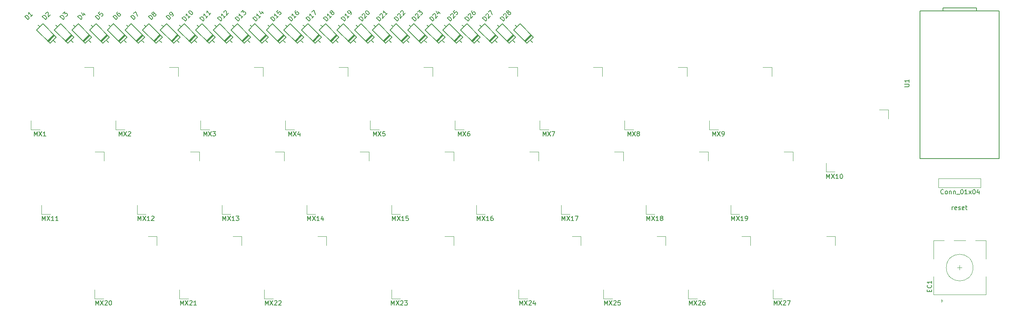
<source format=gbr>
%TF.GenerationSoftware,KiCad,Pcbnew,(6.0.5)*%
%TF.CreationDate,2022-06-01T12:58:50-07:00*%
%TF.ProjectId,hannah_montana,68616e6e-6168-45f6-9d6f-6e74616e612e,rev?*%
%TF.SameCoordinates,Original*%
%TF.FileFunction,Legend,Top*%
%TF.FilePolarity,Positive*%
%FSLAX46Y46*%
G04 Gerber Fmt 4.6, Leading zero omitted, Abs format (unit mm)*
G04 Created by KiCad (PCBNEW (6.0.5)) date 2022-06-01 12:58:50*
%MOMM*%
%LPD*%
G01*
G04 APERTURE LIST*
%ADD10C,0.150000*%
%ADD11C,0.120000*%
G04 APERTURE END LIST*
D10*
%TO.C,MX6*%
X98489285Y-28296130D02*
X98489285Y-27296130D01*
X98822619Y-28010416D01*
X99155952Y-27296130D01*
X99155952Y-28296130D01*
X99536904Y-27296130D02*
X100203571Y-28296130D01*
X100203571Y-27296130D02*
X99536904Y-28296130D01*
X101013095Y-27296130D02*
X100822619Y-27296130D01*
X100727380Y-27343750D01*
X100679761Y-27391369D01*
X100584523Y-27534226D01*
X100536904Y-27724702D01*
X100536904Y-28105654D01*
X100584523Y-28200892D01*
X100632142Y-28248511D01*
X100727380Y-28296130D01*
X100917857Y-28296130D01*
X101013095Y-28248511D01*
X101060714Y-28200892D01*
X101108333Y-28105654D01*
X101108333Y-27867559D01*
X101060714Y-27772321D01*
X101013095Y-27724702D01*
X100917857Y-27677083D01*
X100727380Y-27677083D01*
X100632142Y-27724702D01*
X100584523Y-27772321D01*
X100536904Y-27867559D01*
%TO.C,MX9*%
X155639285Y-28296130D02*
X155639285Y-27296130D01*
X155972619Y-28010416D01*
X156305952Y-27296130D01*
X156305952Y-28296130D01*
X156686904Y-27296130D02*
X157353571Y-28296130D01*
X157353571Y-27296130D02*
X156686904Y-28296130D01*
X157782142Y-28296130D02*
X157972619Y-28296130D01*
X158067857Y-28248511D01*
X158115476Y-28200892D01*
X158210714Y-28058035D01*
X158258333Y-27867559D01*
X158258333Y-27486607D01*
X158210714Y-27391369D01*
X158163095Y-27343750D01*
X158067857Y-27296130D01*
X157877380Y-27296130D01*
X157782142Y-27343750D01*
X157734523Y-27391369D01*
X157686904Y-27486607D01*
X157686904Y-27724702D01*
X157734523Y-27819940D01*
X157782142Y-27867559D01*
X157877380Y-27915178D01*
X158067857Y-27915178D01*
X158163095Y-27867559D01*
X158210714Y-27819940D01*
X158258333Y-27724702D01*
%TO.C,MX3*%
X41339285Y-28296130D02*
X41339285Y-27296130D01*
X41672619Y-28010416D01*
X42005952Y-27296130D01*
X42005952Y-28296130D01*
X42386904Y-27296130D02*
X43053571Y-28296130D01*
X43053571Y-27296130D02*
X42386904Y-28296130D01*
X43339285Y-27296130D02*
X43958333Y-27296130D01*
X43625000Y-27677083D01*
X43767857Y-27677083D01*
X43863095Y-27724702D01*
X43910714Y-27772321D01*
X43958333Y-27867559D01*
X43958333Y-28105654D01*
X43910714Y-28200892D01*
X43863095Y-28248511D01*
X43767857Y-28296130D01*
X43482142Y-28296130D01*
X43386904Y-28248511D01*
X43339285Y-28200892D01*
%TO.C,MX8*%
X136589285Y-28296130D02*
X136589285Y-27296130D01*
X136922619Y-28010416D01*
X137255952Y-27296130D01*
X137255952Y-28296130D01*
X137636904Y-27296130D02*
X138303571Y-28296130D01*
X138303571Y-27296130D02*
X137636904Y-28296130D01*
X138827380Y-27724702D02*
X138732142Y-27677083D01*
X138684523Y-27629464D01*
X138636904Y-27534226D01*
X138636904Y-27486607D01*
X138684523Y-27391369D01*
X138732142Y-27343750D01*
X138827380Y-27296130D01*
X139017857Y-27296130D01*
X139113095Y-27343750D01*
X139160714Y-27391369D01*
X139208333Y-27486607D01*
X139208333Y-27534226D01*
X139160714Y-27629464D01*
X139113095Y-27677083D01*
X139017857Y-27724702D01*
X138827380Y-27724702D01*
X138732142Y-27772321D01*
X138684523Y-27819940D01*
X138636904Y-27915178D01*
X138636904Y-28105654D01*
X138684523Y-28200892D01*
X138732142Y-28248511D01*
X138827380Y-28296130D01*
X139017857Y-28296130D01*
X139113095Y-28248511D01*
X139160714Y-28200892D01*
X139208333Y-28105654D01*
X139208333Y-27915178D01*
X139160714Y-27819940D01*
X139113095Y-27772321D01*
X139017857Y-27724702D01*
%TO.C,MX5*%
X79439285Y-28296130D02*
X79439285Y-27296130D01*
X79772619Y-28010416D01*
X80105952Y-27296130D01*
X80105952Y-28296130D01*
X80486904Y-27296130D02*
X81153571Y-28296130D01*
X81153571Y-27296130D02*
X80486904Y-28296130D01*
X82010714Y-27296130D02*
X81534523Y-27296130D01*
X81486904Y-27772321D01*
X81534523Y-27724702D01*
X81629761Y-27677083D01*
X81867857Y-27677083D01*
X81963095Y-27724702D01*
X82010714Y-27772321D01*
X82058333Y-27867559D01*
X82058333Y-28105654D01*
X82010714Y-28200892D01*
X81963095Y-28248511D01*
X81867857Y-28296130D01*
X81629761Y-28296130D01*
X81534523Y-28248511D01*
X81486904Y-28200892D01*
%TO.C,MX10*%
X181263095Y-37871130D02*
X181263095Y-36871130D01*
X181596428Y-37585416D01*
X181929761Y-36871130D01*
X181929761Y-37871130D01*
X182310714Y-36871130D02*
X182977380Y-37871130D01*
X182977380Y-36871130D02*
X182310714Y-37871130D01*
X183882142Y-37871130D02*
X183310714Y-37871130D01*
X183596428Y-37871130D02*
X183596428Y-36871130D01*
X183501190Y-37013988D01*
X183405952Y-37109226D01*
X183310714Y-37156845D01*
X184501190Y-36871130D02*
X184596428Y-36871130D01*
X184691666Y-36918750D01*
X184739285Y-36966369D01*
X184786904Y-37061607D01*
X184834523Y-37252083D01*
X184834523Y-37490178D01*
X184786904Y-37680654D01*
X184739285Y-37775892D01*
X184691666Y-37823511D01*
X184596428Y-37871130D01*
X184501190Y-37871130D01*
X184405952Y-37823511D01*
X184358333Y-37775892D01*
X184310714Y-37680654D01*
X184263095Y-37490178D01*
X184263095Y-37252083D01*
X184310714Y-37061607D01*
X184358333Y-36966369D01*
X184405952Y-36918750D01*
X184501190Y-36871130D01*
%TO.C,U1*%
X198779880Y-17169404D02*
X199589404Y-17169404D01*
X199684642Y-17121785D01*
X199732261Y-17074166D01*
X199779880Y-16978928D01*
X199779880Y-16788452D01*
X199732261Y-16693214D01*
X199684642Y-16645595D01*
X199589404Y-16597976D01*
X198779880Y-16597976D01*
X199779880Y-15597976D02*
X199779880Y-16169404D01*
X199779880Y-15883690D02*
X198779880Y-15883690D01*
X198922738Y-15978928D01*
X199017976Y-16074166D01*
X199065595Y-16169404D01*
%TO.C,D20*%
X76881237Y-2398497D02*
X76174131Y-1691390D01*
X76342489Y-1523031D01*
X76477176Y-1455688D01*
X76611863Y-1455688D01*
X76712879Y-1489360D01*
X76881237Y-1590375D01*
X76982253Y-1691390D01*
X77083268Y-1859749D01*
X77116940Y-1960764D01*
X77116940Y-2095451D01*
X77049596Y-2230138D01*
X76881237Y-2398497D01*
X76914909Y-1085298D02*
X76914909Y-1017955D01*
X76948581Y-916940D01*
X77116940Y-748581D01*
X77217955Y-714909D01*
X77285298Y-714909D01*
X77386314Y-748581D01*
X77453657Y-815924D01*
X77521001Y-950611D01*
X77521001Y-1758734D01*
X77958734Y-1321001D01*
X77689360Y-176161D02*
X77756703Y-108818D01*
X77857718Y-75146D01*
X77925062Y-75146D01*
X78026077Y-108818D01*
X78194436Y-209833D01*
X78362795Y-378192D01*
X78463810Y-546550D01*
X78497482Y-647566D01*
X78497482Y-714909D01*
X78463810Y-815924D01*
X78396466Y-883268D01*
X78295451Y-916940D01*
X78228108Y-916940D01*
X78127092Y-883268D01*
X77958734Y-782253D01*
X77790375Y-613894D01*
X77689360Y-445535D01*
X77655688Y-344520D01*
X77655688Y-277176D01*
X77689360Y-176161D01*
%TO.C,SW1*%
X209443452Y-44902380D02*
X209443452Y-44235714D01*
X209443452Y-44426190D02*
X209491071Y-44330952D01*
X209538690Y-44283333D01*
X209633928Y-44235714D01*
X209729166Y-44235714D01*
X210443452Y-44854761D02*
X210348214Y-44902380D01*
X210157738Y-44902380D01*
X210062500Y-44854761D01*
X210014880Y-44759523D01*
X210014880Y-44378571D01*
X210062500Y-44283333D01*
X210157738Y-44235714D01*
X210348214Y-44235714D01*
X210443452Y-44283333D01*
X210491071Y-44378571D01*
X210491071Y-44473809D01*
X210014880Y-44569047D01*
X210872023Y-44854761D02*
X210967261Y-44902380D01*
X211157738Y-44902380D01*
X211252976Y-44854761D01*
X211300595Y-44759523D01*
X211300595Y-44711904D01*
X211252976Y-44616666D01*
X211157738Y-44569047D01*
X211014880Y-44569047D01*
X210919642Y-44521428D01*
X210872023Y-44426190D01*
X210872023Y-44378571D01*
X210919642Y-44283333D01*
X211014880Y-44235714D01*
X211157738Y-44235714D01*
X211252976Y-44283333D01*
X212110119Y-44854761D02*
X212014880Y-44902380D01*
X211824404Y-44902380D01*
X211729166Y-44854761D01*
X211681547Y-44759523D01*
X211681547Y-44378571D01*
X211729166Y-44283333D01*
X211824404Y-44235714D01*
X212014880Y-44235714D01*
X212110119Y-44283333D01*
X212157738Y-44378571D01*
X212157738Y-44473809D01*
X211681547Y-44569047D01*
X212443452Y-44235714D02*
X212824404Y-44235714D01*
X212586309Y-43902380D02*
X212586309Y-44759523D01*
X212633928Y-44854761D01*
X212729166Y-44902380D01*
X212824404Y-44902380D01*
%TO.C,MX23*%
X83475595Y-66421130D02*
X83475595Y-65421130D01*
X83808928Y-66135416D01*
X84142261Y-65421130D01*
X84142261Y-66421130D01*
X84523214Y-65421130D02*
X85189880Y-66421130D01*
X85189880Y-65421130D02*
X84523214Y-66421130D01*
X85523214Y-65516369D02*
X85570833Y-65468750D01*
X85666071Y-65421130D01*
X85904166Y-65421130D01*
X85999404Y-65468750D01*
X86047023Y-65516369D01*
X86094642Y-65611607D01*
X86094642Y-65706845D01*
X86047023Y-65849702D01*
X85475595Y-66421130D01*
X86094642Y-66421130D01*
X86427976Y-65421130D02*
X87047023Y-65421130D01*
X86713690Y-65802083D01*
X86856547Y-65802083D01*
X86951785Y-65849702D01*
X86999404Y-65897321D01*
X87047023Y-65992559D01*
X87047023Y-66230654D01*
X86999404Y-66325892D01*
X86951785Y-66373511D01*
X86856547Y-66421130D01*
X86570833Y-66421130D01*
X86475595Y-66373511D01*
X86427976Y-66325892D01*
%TO.C,MX19*%
X159925595Y-47346130D02*
X159925595Y-46346130D01*
X160258928Y-47060416D01*
X160592261Y-46346130D01*
X160592261Y-47346130D01*
X160973214Y-46346130D02*
X161639880Y-47346130D01*
X161639880Y-46346130D02*
X160973214Y-47346130D01*
X162544642Y-47346130D02*
X161973214Y-47346130D01*
X162258928Y-47346130D02*
X162258928Y-46346130D01*
X162163690Y-46488988D01*
X162068452Y-46584226D01*
X161973214Y-46631845D01*
X163020833Y-47346130D02*
X163211309Y-47346130D01*
X163306547Y-47298511D01*
X163354166Y-47250892D01*
X163449404Y-47108035D01*
X163497023Y-46917559D01*
X163497023Y-46536607D01*
X163449404Y-46441369D01*
X163401785Y-46393750D01*
X163306547Y-46346130D01*
X163116071Y-46346130D01*
X163020833Y-46393750D01*
X162973214Y-46441369D01*
X162925595Y-46536607D01*
X162925595Y-46774702D01*
X162973214Y-46869940D01*
X163020833Y-46917559D01*
X163116071Y-46965178D01*
X163306547Y-46965178D01*
X163401785Y-46917559D01*
X163449404Y-46869940D01*
X163497023Y-46774702D01*
%TO.C,D17*%
X64974987Y-2398497D02*
X64267881Y-1691390D01*
X64436239Y-1523031D01*
X64570926Y-1455688D01*
X64705613Y-1455688D01*
X64806629Y-1489360D01*
X64974987Y-1590375D01*
X65076003Y-1691390D01*
X65177018Y-1859749D01*
X65210690Y-1960764D01*
X65210690Y-2095451D01*
X65143346Y-2230138D01*
X64974987Y-2398497D01*
X66052484Y-1321001D02*
X65648423Y-1725062D01*
X65850453Y-1523031D02*
X65143346Y-815924D01*
X65177018Y-984283D01*
X65177018Y-1118970D01*
X65143346Y-1219985D01*
X65581079Y-378192D02*
X66052484Y93212D01*
X66456545Y-916940D01*
%TO.C,D2*%
X5780455Y-2061779D02*
X5073348Y-1354673D01*
X5241707Y-1186314D01*
X5376394Y-1118970D01*
X5511081Y-1118970D01*
X5612096Y-1152642D01*
X5780455Y-1253657D01*
X5881470Y-1354673D01*
X5982486Y-1523031D01*
X6016157Y-1624047D01*
X6016157Y-1758734D01*
X5948814Y-1893421D01*
X5780455Y-2061779D01*
X5814127Y-748581D02*
X5814127Y-681237D01*
X5847798Y-580222D01*
X6016157Y-411863D01*
X6117173Y-378192D01*
X6184516Y-378192D01*
X6285531Y-411863D01*
X6352875Y-479207D01*
X6420218Y-613894D01*
X6420218Y-1422016D01*
X6857951Y-984283D01*
%TO.C,MX4*%
X60389285Y-28296130D02*
X60389285Y-27296130D01*
X60722619Y-28010416D01*
X61055952Y-27296130D01*
X61055952Y-28296130D01*
X61436904Y-27296130D02*
X62103571Y-28296130D01*
X62103571Y-27296130D02*
X61436904Y-28296130D01*
X62913095Y-27629464D02*
X62913095Y-28296130D01*
X62675000Y-27248511D02*
X62436904Y-27962797D01*
X63055952Y-27962797D01*
%TO.C,D10*%
X37193737Y-2398497D02*
X36486631Y-1691390D01*
X36654989Y-1523031D01*
X36789676Y-1455688D01*
X36924363Y-1455688D01*
X37025379Y-1489360D01*
X37193737Y-1590375D01*
X37294753Y-1691390D01*
X37395768Y-1859749D01*
X37429440Y-1960764D01*
X37429440Y-2095451D01*
X37362096Y-2230138D01*
X37193737Y-2398497D01*
X38271234Y-1321001D02*
X37867173Y-1725062D01*
X38069203Y-1523031D02*
X37362096Y-815924D01*
X37395768Y-984283D01*
X37395768Y-1118970D01*
X37362096Y-1219985D01*
X38001860Y-176161D02*
X38069203Y-108818D01*
X38170218Y-75146D01*
X38237562Y-75146D01*
X38338577Y-108818D01*
X38506936Y-209833D01*
X38675295Y-378192D01*
X38776310Y-546550D01*
X38809982Y-647566D01*
X38809982Y-714909D01*
X38776310Y-815924D01*
X38708966Y-883268D01*
X38607951Y-916940D01*
X38540608Y-916940D01*
X38439592Y-883268D01*
X38271234Y-782253D01*
X38102875Y-613894D01*
X38001860Y-445535D01*
X37968188Y-344520D01*
X37968188Y-277176D01*
X38001860Y-176161D01*
%TO.C,D28*%
X108631237Y-2398497D02*
X107924131Y-1691390D01*
X108092489Y-1523031D01*
X108227176Y-1455688D01*
X108361863Y-1455688D01*
X108462879Y-1489360D01*
X108631237Y-1590375D01*
X108732253Y-1691390D01*
X108833268Y-1859749D01*
X108866940Y-1960764D01*
X108866940Y-2095451D01*
X108799596Y-2230138D01*
X108631237Y-2398497D01*
X108664909Y-1085298D02*
X108664909Y-1017955D01*
X108698581Y-916940D01*
X108866940Y-748581D01*
X108967955Y-714909D01*
X109035298Y-714909D01*
X109136314Y-748581D01*
X109203657Y-815924D01*
X109271001Y-950611D01*
X109271001Y-1758734D01*
X109708734Y-1321001D01*
X109708734Y-512879D02*
X109607718Y-546550D01*
X109540375Y-546550D01*
X109439360Y-512879D01*
X109405688Y-479207D01*
X109372016Y-378192D01*
X109372016Y-310848D01*
X109405688Y-209833D01*
X109540375Y-75146D01*
X109641390Y-41474D01*
X109708734Y-41474D01*
X109809749Y-75146D01*
X109843421Y-108818D01*
X109877092Y-209833D01*
X109877092Y-277176D01*
X109843421Y-378192D01*
X109708734Y-512879D01*
X109675062Y-613894D01*
X109675062Y-681237D01*
X109708734Y-782253D01*
X109843421Y-916940D01*
X109944436Y-950611D01*
X110011779Y-950611D01*
X110112795Y-916940D01*
X110247482Y-782253D01*
X110281153Y-681237D01*
X110281153Y-613894D01*
X110247482Y-512879D01*
X110112795Y-378192D01*
X110011779Y-344520D01*
X109944436Y-344520D01*
X109843421Y-378192D01*
%TO.C,D13*%
X49099987Y-2398497D02*
X48392881Y-1691390D01*
X48561239Y-1523031D01*
X48695926Y-1455688D01*
X48830613Y-1455688D01*
X48931629Y-1489360D01*
X49099987Y-1590375D01*
X49201003Y-1691390D01*
X49302018Y-1859749D01*
X49335690Y-1960764D01*
X49335690Y-2095451D01*
X49268346Y-2230138D01*
X49099987Y-2398497D01*
X50177484Y-1321001D02*
X49773423Y-1725062D01*
X49975453Y-1523031D02*
X49268346Y-815924D01*
X49302018Y-984283D01*
X49302018Y-1118970D01*
X49268346Y-1219985D01*
X49706079Y-378192D02*
X50143812Y59540D01*
X50177484Y-445535D01*
X50278499Y-344520D01*
X50379514Y-310848D01*
X50446858Y-310848D01*
X50547873Y-344520D01*
X50716232Y-512879D01*
X50749903Y-613894D01*
X50749903Y-681237D01*
X50716232Y-782253D01*
X50514201Y-984283D01*
X50413186Y-1017955D01*
X50345842Y-1017955D01*
%TO.C,D7*%
X25624205Y-2061779D02*
X24917098Y-1354673D01*
X25085457Y-1186314D01*
X25220144Y-1118970D01*
X25354831Y-1118970D01*
X25455846Y-1152642D01*
X25624205Y-1253657D01*
X25725220Y-1354673D01*
X25826236Y-1523031D01*
X25859907Y-1624047D01*
X25859907Y-1758734D01*
X25792564Y-1893421D01*
X25624205Y-2061779D01*
X25556861Y-714909D02*
X26028266Y-243505D01*
X26432327Y-1253657D01*
%TO.C,MX22*%
X55150595Y-66396130D02*
X55150595Y-65396130D01*
X55483928Y-66110416D01*
X55817261Y-65396130D01*
X55817261Y-66396130D01*
X56198214Y-65396130D02*
X56864880Y-66396130D01*
X56864880Y-65396130D02*
X56198214Y-66396130D01*
X57198214Y-65491369D02*
X57245833Y-65443750D01*
X57341071Y-65396130D01*
X57579166Y-65396130D01*
X57674404Y-65443750D01*
X57722023Y-65491369D01*
X57769642Y-65586607D01*
X57769642Y-65681845D01*
X57722023Y-65824702D01*
X57150595Y-66396130D01*
X57769642Y-66396130D01*
X58150595Y-65491369D02*
X58198214Y-65443750D01*
X58293452Y-65396130D01*
X58531547Y-65396130D01*
X58626785Y-65443750D01*
X58674404Y-65491369D01*
X58722023Y-65586607D01*
X58722023Y-65681845D01*
X58674404Y-65824702D01*
X58102976Y-66396130D01*
X58722023Y-66396130D01*
%TO.C,D3*%
X9749205Y-2061779D02*
X9042098Y-1354673D01*
X9210457Y-1186314D01*
X9345144Y-1118970D01*
X9479831Y-1118970D01*
X9580846Y-1152642D01*
X9749205Y-1253657D01*
X9850220Y-1354673D01*
X9951236Y-1523031D01*
X9984907Y-1624047D01*
X9984907Y-1758734D01*
X9917564Y-1893421D01*
X9749205Y-2061779D01*
X9681861Y-714909D02*
X10119594Y-277176D01*
X10153266Y-782253D01*
X10254281Y-681237D01*
X10355297Y-647566D01*
X10422640Y-647566D01*
X10523655Y-681237D01*
X10692014Y-849596D01*
X10725686Y-950611D01*
X10725686Y-1017955D01*
X10692014Y-1118970D01*
X10489984Y-1321001D01*
X10388968Y-1354673D01*
X10321625Y-1354673D01*
%TO.C,D1*%
X1811705Y-2061779D02*
X1104598Y-1354673D01*
X1272957Y-1186314D01*
X1407644Y-1118970D01*
X1542331Y-1118970D01*
X1643346Y-1152642D01*
X1811705Y-1253657D01*
X1912720Y-1354673D01*
X2013736Y-1523031D01*
X2047407Y-1624047D01*
X2047407Y-1758734D01*
X1980064Y-1893421D01*
X1811705Y-2061779D01*
X2889201Y-984283D02*
X2485140Y-1388344D01*
X2687171Y-1186314D02*
X1980064Y-479207D01*
X2013736Y-647566D01*
X2013735Y-782253D01*
X1980064Y-883268D01*
%TO.C,D12*%
X45131237Y-2398497D02*
X44424131Y-1691390D01*
X44592489Y-1523031D01*
X44727176Y-1455688D01*
X44861863Y-1455688D01*
X44962879Y-1489360D01*
X45131237Y-1590375D01*
X45232253Y-1691390D01*
X45333268Y-1859749D01*
X45366940Y-1960764D01*
X45366940Y-2095451D01*
X45299596Y-2230138D01*
X45131237Y-2398497D01*
X46208734Y-1321001D02*
X45804673Y-1725062D01*
X46006703Y-1523031D02*
X45299596Y-815924D01*
X45333268Y-984283D01*
X45333268Y-1118970D01*
X45299596Y-1219985D01*
X45838344Y-411863D02*
X45838344Y-344520D01*
X45872016Y-243505D01*
X46040375Y-75146D01*
X46141390Y-41474D01*
X46208734Y-41474D01*
X46309749Y-75146D01*
X46377092Y-142489D01*
X46444436Y-277176D01*
X46444436Y-1085298D01*
X46882169Y-647566D01*
%TO.C,MX18*%
X140875595Y-47346130D02*
X140875595Y-46346130D01*
X141208928Y-47060416D01*
X141542261Y-46346130D01*
X141542261Y-47346130D01*
X141923214Y-46346130D02*
X142589880Y-47346130D01*
X142589880Y-46346130D02*
X141923214Y-47346130D01*
X143494642Y-47346130D02*
X142923214Y-47346130D01*
X143208928Y-47346130D02*
X143208928Y-46346130D01*
X143113690Y-46488988D01*
X143018452Y-46584226D01*
X142923214Y-46631845D01*
X144066071Y-46774702D02*
X143970833Y-46727083D01*
X143923214Y-46679464D01*
X143875595Y-46584226D01*
X143875595Y-46536607D01*
X143923214Y-46441369D01*
X143970833Y-46393750D01*
X144066071Y-46346130D01*
X144256547Y-46346130D01*
X144351785Y-46393750D01*
X144399404Y-46441369D01*
X144447023Y-46536607D01*
X144447023Y-46584226D01*
X144399404Y-46679464D01*
X144351785Y-46727083D01*
X144256547Y-46774702D01*
X144066071Y-46774702D01*
X143970833Y-46822321D01*
X143923214Y-46869940D01*
X143875595Y-46965178D01*
X143875595Y-47155654D01*
X143923214Y-47250892D01*
X143970833Y-47298511D01*
X144066071Y-47346130D01*
X144256547Y-47346130D01*
X144351785Y-47298511D01*
X144399404Y-47250892D01*
X144447023Y-47155654D01*
X144447023Y-46965178D01*
X144399404Y-46869940D01*
X144351785Y-46822321D01*
X144256547Y-46774702D01*
%TO.C,D24*%
X92756237Y-2398497D02*
X92049131Y-1691390D01*
X92217489Y-1523031D01*
X92352176Y-1455688D01*
X92486863Y-1455688D01*
X92587879Y-1489360D01*
X92756237Y-1590375D01*
X92857253Y-1691390D01*
X92958268Y-1859749D01*
X92991940Y-1960764D01*
X92991940Y-2095451D01*
X92924596Y-2230138D01*
X92756237Y-2398497D01*
X92789909Y-1085298D02*
X92789909Y-1017955D01*
X92823581Y-916940D01*
X92991940Y-748581D01*
X93092955Y-714909D01*
X93160298Y-714909D01*
X93261314Y-748581D01*
X93328657Y-815924D01*
X93396001Y-950611D01*
X93396001Y-1758734D01*
X93833734Y-1321001D01*
X93968421Y-243505D02*
X94439825Y-714909D01*
X93530688Y-142489D02*
X93867405Y-815924D01*
X94305138Y-378192D01*
%TO.C,D16*%
X61006237Y-2398497D02*
X60299131Y-1691390D01*
X60467489Y-1523031D01*
X60602176Y-1455688D01*
X60736863Y-1455688D01*
X60837879Y-1489360D01*
X61006237Y-1590375D01*
X61107253Y-1691390D01*
X61208268Y-1859749D01*
X61241940Y-1960764D01*
X61241940Y-2095451D01*
X61174596Y-2230138D01*
X61006237Y-2398497D01*
X62083734Y-1321001D02*
X61679673Y-1725062D01*
X61881703Y-1523031D02*
X61174596Y-815924D01*
X61208268Y-984283D01*
X61208268Y-1118970D01*
X61174596Y-1219985D01*
X61982718Y-7802D02*
X61848031Y-142489D01*
X61814360Y-243505D01*
X61814360Y-310848D01*
X61848031Y-479207D01*
X61949047Y-647566D01*
X62218421Y-916940D01*
X62319436Y-950611D01*
X62386779Y-950611D01*
X62487795Y-916940D01*
X62622482Y-782253D01*
X62656153Y-681237D01*
X62656153Y-613894D01*
X62622482Y-512879D01*
X62454123Y-344520D01*
X62353108Y-310848D01*
X62285764Y-310848D01*
X62184749Y-344520D01*
X62050062Y-479207D01*
X62016390Y-580222D01*
X62016390Y-647566D01*
X62050062Y-748581D01*
%TO.C,MX20*%
X17050595Y-66396130D02*
X17050595Y-65396130D01*
X17383928Y-66110416D01*
X17717261Y-65396130D01*
X17717261Y-66396130D01*
X18098214Y-65396130D02*
X18764880Y-66396130D01*
X18764880Y-65396130D02*
X18098214Y-66396130D01*
X19098214Y-65491369D02*
X19145833Y-65443750D01*
X19241071Y-65396130D01*
X19479166Y-65396130D01*
X19574404Y-65443750D01*
X19622023Y-65491369D01*
X19669642Y-65586607D01*
X19669642Y-65681845D01*
X19622023Y-65824702D01*
X19050595Y-66396130D01*
X19669642Y-66396130D01*
X20288690Y-65396130D02*
X20383928Y-65396130D01*
X20479166Y-65443750D01*
X20526785Y-65491369D01*
X20574404Y-65586607D01*
X20622023Y-65777083D01*
X20622023Y-66015178D01*
X20574404Y-66205654D01*
X20526785Y-66300892D01*
X20479166Y-66348511D01*
X20383928Y-66396130D01*
X20288690Y-66396130D01*
X20193452Y-66348511D01*
X20145833Y-66300892D01*
X20098214Y-66205654D01*
X20050595Y-66015178D01*
X20050595Y-65777083D01*
X20098214Y-65586607D01*
X20145833Y-65491369D01*
X20193452Y-65443750D01*
X20288690Y-65396130D01*
%TO.C,MX25*%
X131350595Y-66396130D02*
X131350595Y-65396130D01*
X131683928Y-66110416D01*
X132017261Y-65396130D01*
X132017261Y-66396130D01*
X132398214Y-65396130D02*
X133064880Y-66396130D01*
X133064880Y-65396130D02*
X132398214Y-66396130D01*
X133398214Y-65491369D02*
X133445833Y-65443750D01*
X133541071Y-65396130D01*
X133779166Y-65396130D01*
X133874404Y-65443750D01*
X133922023Y-65491369D01*
X133969642Y-65586607D01*
X133969642Y-65681845D01*
X133922023Y-65824702D01*
X133350595Y-66396130D01*
X133969642Y-66396130D01*
X134874404Y-65396130D02*
X134398214Y-65396130D01*
X134350595Y-65872321D01*
X134398214Y-65824702D01*
X134493452Y-65777083D01*
X134731547Y-65777083D01*
X134826785Y-65824702D01*
X134874404Y-65872321D01*
X134922023Y-65967559D01*
X134922023Y-66205654D01*
X134874404Y-66300892D01*
X134826785Y-66348511D01*
X134731547Y-66396130D01*
X134493452Y-66396130D01*
X134398214Y-66348511D01*
X134350595Y-66300892D01*
%TO.C,MX15*%
X83725595Y-47346130D02*
X83725595Y-46346130D01*
X84058928Y-47060416D01*
X84392261Y-46346130D01*
X84392261Y-47346130D01*
X84773214Y-46346130D02*
X85439880Y-47346130D01*
X85439880Y-46346130D02*
X84773214Y-47346130D01*
X86344642Y-47346130D02*
X85773214Y-47346130D01*
X86058928Y-47346130D02*
X86058928Y-46346130D01*
X85963690Y-46488988D01*
X85868452Y-46584226D01*
X85773214Y-46631845D01*
X87249404Y-46346130D02*
X86773214Y-46346130D01*
X86725595Y-46822321D01*
X86773214Y-46774702D01*
X86868452Y-46727083D01*
X87106547Y-46727083D01*
X87201785Y-46774702D01*
X87249404Y-46822321D01*
X87297023Y-46917559D01*
X87297023Y-47155654D01*
X87249404Y-47250892D01*
X87201785Y-47298511D01*
X87106547Y-47346130D01*
X86868452Y-47346130D01*
X86773214Y-47298511D01*
X86725595Y-47250892D01*
%TO.C,MX17*%
X121825595Y-47346130D02*
X121825595Y-46346130D01*
X122158928Y-47060416D01*
X122492261Y-46346130D01*
X122492261Y-47346130D01*
X122873214Y-46346130D02*
X123539880Y-47346130D01*
X123539880Y-46346130D02*
X122873214Y-47346130D01*
X124444642Y-47346130D02*
X123873214Y-47346130D01*
X124158928Y-47346130D02*
X124158928Y-46346130D01*
X124063690Y-46488988D01*
X123968452Y-46584226D01*
X123873214Y-46631845D01*
X124777976Y-46346130D02*
X125444642Y-46346130D01*
X125016071Y-47346130D01*
%TO.C,MX21*%
X36100595Y-66396130D02*
X36100595Y-65396130D01*
X36433928Y-66110416D01*
X36767261Y-65396130D01*
X36767261Y-66396130D01*
X37148214Y-65396130D02*
X37814880Y-66396130D01*
X37814880Y-65396130D02*
X37148214Y-66396130D01*
X38148214Y-65491369D02*
X38195833Y-65443750D01*
X38291071Y-65396130D01*
X38529166Y-65396130D01*
X38624404Y-65443750D01*
X38672023Y-65491369D01*
X38719642Y-65586607D01*
X38719642Y-65681845D01*
X38672023Y-65824702D01*
X38100595Y-66396130D01*
X38719642Y-66396130D01*
X39672023Y-66396130D02*
X39100595Y-66396130D01*
X39386309Y-66396130D02*
X39386309Y-65396130D01*
X39291071Y-65538988D01*
X39195833Y-65634226D01*
X39100595Y-65681845D01*
%TO.C,MX27*%
X169450595Y-66396130D02*
X169450595Y-65396130D01*
X169783928Y-66110416D01*
X170117261Y-65396130D01*
X170117261Y-66396130D01*
X170498214Y-65396130D02*
X171164880Y-66396130D01*
X171164880Y-65396130D02*
X170498214Y-66396130D01*
X171498214Y-65491369D02*
X171545833Y-65443750D01*
X171641071Y-65396130D01*
X171879166Y-65396130D01*
X171974404Y-65443750D01*
X172022023Y-65491369D01*
X172069642Y-65586607D01*
X172069642Y-65681845D01*
X172022023Y-65824702D01*
X171450595Y-66396130D01*
X172069642Y-66396130D01*
X172402976Y-65396130D02*
X173069642Y-65396130D01*
X172641071Y-66396130D01*
%TO.C,D11*%
X41162487Y-2398497D02*
X40455381Y-1691390D01*
X40623739Y-1523031D01*
X40758426Y-1455688D01*
X40893113Y-1455688D01*
X40994129Y-1489360D01*
X41162487Y-1590375D01*
X41263503Y-1691390D01*
X41364518Y-1859749D01*
X41398190Y-1960764D01*
X41398190Y-2095451D01*
X41330846Y-2230138D01*
X41162487Y-2398497D01*
X42239984Y-1321001D02*
X41835923Y-1725062D01*
X42037953Y-1523031D02*
X41330846Y-815924D01*
X41364518Y-984283D01*
X41364518Y-1118970D01*
X41330846Y-1219985D01*
X42913419Y-647566D02*
X42509358Y-1051627D01*
X42711388Y-849596D02*
X42004281Y-142489D01*
X42037953Y-310848D01*
X42037953Y-445535D01*
X42004281Y-546550D01*
%TO.C,MX13*%
X45625595Y-47346130D02*
X45625595Y-46346130D01*
X45958928Y-47060416D01*
X46292261Y-46346130D01*
X46292261Y-47346130D01*
X46673214Y-46346130D02*
X47339880Y-47346130D01*
X47339880Y-46346130D02*
X46673214Y-47346130D01*
X48244642Y-47346130D02*
X47673214Y-47346130D01*
X47958928Y-47346130D02*
X47958928Y-46346130D01*
X47863690Y-46488988D01*
X47768452Y-46584226D01*
X47673214Y-46631845D01*
X48577976Y-46346130D02*
X49197023Y-46346130D01*
X48863690Y-46727083D01*
X49006547Y-46727083D01*
X49101785Y-46774702D01*
X49149404Y-46822321D01*
X49197023Y-46917559D01*
X49197023Y-47155654D01*
X49149404Y-47250892D01*
X49101785Y-47298511D01*
X49006547Y-47346130D01*
X48720833Y-47346130D01*
X48625595Y-47298511D01*
X48577976Y-47250892D01*
%TO.C,MX2*%
X22289285Y-28296130D02*
X22289285Y-27296130D01*
X22622619Y-28010416D01*
X22955952Y-27296130D01*
X22955952Y-28296130D01*
X23336904Y-27296130D02*
X24003571Y-28296130D01*
X24003571Y-27296130D02*
X23336904Y-28296130D01*
X24336904Y-27391369D02*
X24384523Y-27343750D01*
X24479761Y-27296130D01*
X24717857Y-27296130D01*
X24813095Y-27343750D01*
X24860714Y-27391369D01*
X24908333Y-27486607D01*
X24908333Y-27581845D01*
X24860714Y-27724702D01*
X24289285Y-28296130D01*
X24908333Y-28296130D01*
%TO.C,MX7*%
X117539285Y-28296130D02*
X117539285Y-27296130D01*
X117872619Y-28010416D01*
X118205952Y-27296130D01*
X118205952Y-28296130D01*
X118586904Y-27296130D02*
X119253571Y-28296130D01*
X119253571Y-27296130D02*
X118586904Y-28296130D01*
X119539285Y-27296130D02*
X120205952Y-27296130D01*
X119777380Y-28296130D01*
%TO.C,D27*%
X104662487Y-2398497D02*
X103955381Y-1691390D01*
X104123739Y-1523031D01*
X104258426Y-1455688D01*
X104393113Y-1455688D01*
X104494129Y-1489360D01*
X104662487Y-1590375D01*
X104763503Y-1691390D01*
X104864518Y-1859749D01*
X104898190Y-1960764D01*
X104898190Y-2095451D01*
X104830846Y-2230138D01*
X104662487Y-2398497D01*
X104696159Y-1085298D02*
X104696159Y-1017955D01*
X104729831Y-916940D01*
X104898190Y-748581D01*
X104999205Y-714909D01*
X105066548Y-714909D01*
X105167564Y-748581D01*
X105234907Y-815924D01*
X105302251Y-950611D01*
X105302251Y-1758734D01*
X105739984Y-1321001D01*
X105268579Y-378192D02*
X105739984Y93212D01*
X106144045Y-916940D01*
%TO.C,D9*%
X33561705Y-2061779D02*
X32854598Y-1354673D01*
X33022957Y-1186314D01*
X33157644Y-1118970D01*
X33292331Y-1118970D01*
X33393346Y-1152642D01*
X33561705Y-1253657D01*
X33662720Y-1354673D01*
X33763736Y-1523031D01*
X33797407Y-1624047D01*
X33797407Y-1758734D01*
X33730064Y-1893421D01*
X33561705Y-2061779D01*
X34302484Y-1321001D02*
X34437171Y-1186314D01*
X34470842Y-1085298D01*
X34470842Y-1017955D01*
X34437171Y-849596D01*
X34336155Y-681237D01*
X34066781Y-411863D01*
X33965766Y-378192D01*
X33898423Y-378192D01*
X33797407Y-411863D01*
X33662720Y-546550D01*
X33629048Y-647566D01*
X33629048Y-714909D01*
X33662720Y-815924D01*
X33831079Y-984283D01*
X33932094Y-1017955D01*
X33999438Y-1017955D01*
X34100453Y-984283D01*
X34235140Y-849596D01*
X34268812Y-748581D01*
X34268812Y-681237D01*
X34235140Y-580222D01*
%TO.C,D25*%
X96724987Y-2398497D02*
X96017881Y-1691390D01*
X96186239Y-1523031D01*
X96320926Y-1455688D01*
X96455613Y-1455688D01*
X96556629Y-1489360D01*
X96724987Y-1590375D01*
X96826003Y-1691390D01*
X96927018Y-1859749D01*
X96960690Y-1960764D01*
X96960690Y-2095451D01*
X96893346Y-2230138D01*
X96724987Y-2398497D01*
X96758659Y-1085298D02*
X96758659Y-1017955D01*
X96792331Y-916940D01*
X96960690Y-748581D01*
X97061705Y-714909D01*
X97129048Y-714909D01*
X97230064Y-748581D01*
X97297407Y-815924D01*
X97364751Y-950611D01*
X97364751Y-1758734D01*
X97802484Y-1321001D01*
X97735140Y25868D02*
X97398423Y-310848D01*
X97701468Y-681237D01*
X97701468Y-613894D01*
X97735140Y-512879D01*
X97903499Y-344520D01*
X98004514Y-310848D01*
X98071858Y-310848D01*
X98172873Y-344520D01*
X98341232Y-512879D01*
X98374903Y-613894D01*
X98374903Y-681237D01*
X98341232Y-782253D01*
X98172873Y-950611D01*
X98071858Y-984283D01*
X98004514Y-984283D01*
%TO.C,MX26*%
X150400595Y-66396130D02*
X150400595Y-65396130D01*
X150733928Y-66110416D01*
X151067261Y-65396130D01*
X151067261Y-66396130D01*
X151448214Y-65396130D02*
X152114880Y-66396130D01*
X152114880Y-65396130D02*
X151448214Y-66396130D01*
X152448214Y-65491369D02*
X152495833Y-65443750D01*
X152591071Y-65396130D01*
X152829166Y-65396130D01*
X152924404Y-65443750D01*
X152972023Y-65491369D01*
X153019642Y-65586607D01*
X153019642Y-65681845D01*
X152972023Y-65824702D01*
X152400595Y-66396130D01*
X153019642Y-66396130D01*
X153876785Y-65396130D02*
X153686309Y-65396130D01*
X153591071Y-65443750D01*
X153543452Y-65491369D01*
X153448214Y-65634226D01*
X153400595Y-65824702D01*
X153400595Y-66205654D01*
X153448214Y-66300892D01*
X153495833Y-66348511D01*
X153591071Y-66396130D01*
X153781547Y-66396130D01*
X153876785Y-66348511D01*
X153924404Y-66300892D01*
X153972023Y-66205654D01*
X153972023Y-65967559D01*
X153924404Y-65872321D01*
X153876785Y-65824702D01*
X153781547Y-65777083D01*
X153591071Y-65777083D01*
X153495833Y-65824702D01*
X153448214Y-65872321D01*
X153400595Y-65967559D01*
%TO.C,MX11*%
X5050595Y-47346130D02*
X5050595Y-46346130D01*
X5383928Y-47060416D01*
X5717261Y-46346130D01*
X5717261Y-47346130D01*
X6098214Y-46346130D02*
X6764880Y-47346130D01*
X6764880Y-46346130D02*
X6098214Y-47346130D01*
X7669642Y-47346130D02*
X7098214Y-47346130D01*
X7383928Y-47346130D02*
X7383928Y-46346130D01*
X7288690Y-46488988D01*
X7193452Y-46584226D01*
X7098214Y-46631845D01*
X8622023Y-47346130D02*
X8050595Y-47346130D01*
X8336309Y-47346130D02*
X8336309Y-46346130D01*
X8241071Y-46488988D01*
X8145833Y-46584226D01*
X8050595Y-46631845D01*
%TO.C,J1*%
X207499404Y-41250892D02*
X207451785Y-41298511D01*
X207308928Y-41346130D01*
X207213690Y-41346130D01*
X207070833Y-41298511D01*
X206975595Y-41203273D01*
X206927976Y-41108035D01*
X206880357Y-40917559D01*
X206880357Y-40774702D01*
X206927976Y-40584226D01*
X206975595Y-40488988D01*
X207070833Y-40393750D01*
X207213690Y-40346130D01*
X207308928Y-40346130D01*
X207451785Y-40393750D01*
X207499404Y-40441369D01*
X208070833Y-41346130D02*
X207975595Y-41298511D01*
X207927976Y-41250892D01*
X207880357Y-41155654D01*
X207880357Y-40869940D01*
X207927976Y-40774702D01*
X207975595Y-40727083D01*
X208070833Y-40679464D01*
X208213690Y-40679464D01*
X208308928Y-40727083D01*
X208356547Y-40774702D01*
X208404166Y-40869940D01*
X208404166Y-41155654D01*
X208356547Y-41250892D01*
X208308928Y-41298511D01*
X208213690Y-41346130D01*
X208070833Y-41346130D01*
X208832738Y-40679464D02*
X208832738Y-41346130D01*
X208832738Y-40774702D02*
X208880357Y-40727083D01*
X208975595Y-40679464D01*
X209118452Y-40679464D01*
X209213690Y-40727083D01*
X209261309Y-40822321D01*
X209261309Y-41346130D01*
X209737500Y-40679464D02*
X209737500Y-41346130D01*
X209737500Y-40774702D02*
X209785119Y-40727083D01*
X209880357Y-40679464D01*
X210023214Y-40679464D01*
X210118452Y-40727083D01*
X210166071Y-40822321D01*
X210166071Y-41346130D01*
X210404166Y-41441369D02*
X211166071Y-41441369D01*
X211594642Y-40346130D02*
X211689880Y-40346130D01*
X211785119Y-40393750D01*
X211832738Y-40441369D01*
X211880357Y-40536607D01*
X211927976Y-40727083D01*
X211927976Y-40965178D01*
X211880357Y-41155654D01*
X211832738Y-41250892D01*
X211785119Y-41298511D01*
X211689880Y-41346130D01*
X211594642Y-41346130D01*
X211499404Y-41298511D01*
X211451785Y-41250892D01*
X211404166Y-41155654D01*
X211356547Y-40965178D01*
X211356547Y-40727083D01*
X211404166Y-40536607D01*
X211451785Y-40441369D01*
X211499404Y-40393750D01*
X211594642Y-40346130D01*
X212880357Y-41346130D02*
X212308928Y-41346130D01*
X212594642Y-41346130D02*
X212594642Y-40346130D01*
X212499404Y-40488988D01*
X212404166Y-40584226D01*
X212308928Y-40631845D01*
X213213690Y-41346130D02*
X213737500Y-40679464D01*
X213213690Y-40679464D02*
X213737500Y-41346130D01*
X214308928Y-40346130D02*
X214404166Y-40346130D01*
X214499404Y-40393750D01*
X214547023Y-40441369D01*
X214594642Y-40536607D01*
X214642261Y-40727083D01*
X214642261Y-40965178D01*
X214594642Y-41155654D01*
X214547023Y-41250892D01*
X214499404Y-41298511D01*
X214404166Y-41346130D01*
X214308928Y-41346130D01*
X214213690Y-41298511D01*
X214166071Y-41250892D01*
X214118452Y-41155654D01*
X214070833Y-40965178D01*
X214070833Y-40727083D01*
X214118452Y-40536607D01*
X214166071Y-40441369D01*
X214213690Y-40393750D01*
X214308928Y-40346130D01*
X215499404Y-40679464D02*
X215499404Y-41346130D01*
X215261309Y-40298511D02*
X215023214Y-41012797D01*
X215642261Y-41012797D01*
%TO.C,D22*%
X84818737Y-2398497D02*
X84111631Y-1691390D01*
X84279989Y-1523031D01*
X84414676Y-1455688D01*
X84549363Y-1455688D01*
X84650379Y-1489360D01*
X84818737Y-1590375D01*
X84919753Y-1691390D01*
X85020768Y-1859749D01*
X85054440Y-1960764D01*
X85054440Y-2095451D01*
X84987096Y-2230138D01*
X84818737Y-2398497D01*
X84852409Y-1085298D02*
X84852409Y-1017955D01*
X84886081Y-916940D01*
X85054440Y-748581D01*
X85155455Y-714909D01*
X85222798Y-714909D01*
X85323814Y-748581D01*
X85391157Y-815924D01*
X85458501Y-950611D01*
X85458501Y-1758734D01*
X85896234Y-1321001D01*
X85525844Y-411863D02*
X85525844Y-344520D01*
X85559516Y-243505D01*
X85727875Y-75146D01*
X85828890Y-41474D01*
X85896234Y-41474D01*
X85997249Y-75146D01*
X86064592Y-142489D01*
X86131936Y-277176D01*
X86131936Y-1085298D01*
X86569669Y-647566D01*
%TO.C,MX24*%
X112300595Y-66396130D02*
X112300595Y-65396130D01*
X112633928Y-66110416D01*
X112967261Y-65396130D01*
X112967261Y-66396130D01*
X113348214Y-65396130D02*
X114014880Y-66396130D01*
X114014880Y-65396130D02*
X113348214Y-66396130D01*
X114348214Y-65491369D02*
X114395833Y-65443750D01*
X114491071Y-65396130D01*
X114729166Y-65396130D01*
X114824404Y-65443750D01*
X114872023Y-65491369D01*
X114919642Y-65586607D01*
X114919642Y-65681845D01*
X114872023Y-65824702D01*
X114300595Y-66396130D01*
X114919642Y-66396130D01*
X115776785Y-65729464D02*
X115776785Y-66396130D01*
X115538690Y-65348511D02*
X115300595Y-66062797D01*
X115919642Y-66062797D01*
%TO.C,D14*%
X53068737Y-2398497D02*
X52361631Y-1691390D01*
X52529989Y-1523031D01*
X52664676Y-1455688D01*
X52799363Y-1455688D01*
X52900379Y-1489360D01*
X53068737Y-1590375D01*
X53169753Y-1691390D01*
X53270768Y-1859749D01*
X53304440Y-1960764D01*
X53304440Y-2095451D01*
X53237096Y-2230138D01*
X53068737Y-2398497D01*
X54146234Y-1321001D02*
X53742173Y-1725062D01*
X53944203Y-1523031D02*
X53237096Y-815924D01*
X53270768Y-984283D01*
X53270768Y-1118970D01*
X53237096Y-1219985D01*
X54280921Y-243505D02*
X54752325Y-714909D01*
X53843188Y-142489D02*
X54179905Y-815924D01*
X54617638Y-378192D01*
%TO.C,MX14*%
X64675595Y-47346130D02*
X64675595Y-46346130D01*
X65008928Y-47060416D01*
X65342261Y-46346130D01*
X65342261Y-47346130D01*
X65723214Y-46346130D02*
X66389880Y-47346130D01*
X66389880Y-46346130D02*
X65723214Y-47346130D01*
X67294642Y-47346130D02*
X66723214Y-47346130D01*
X67008928Y-47346130D02*
X67008928Y-46346130D01*
X66913690Y-46488988D01*
X66818452Y-46584226D01*
X66723214Y-46631845D01*
X68151785Y-46679464D02*
X68151785Y-47346130D01*
X67913690Y-46298511D02*
X67675595Y-47012797D01*
X68294642Y-47012797D01*
%TO.C,EC1*%
X204316071Y-63384226D02*
X204316071Y-63050892D01*
X204839880Y-62908035D02*
X204839880Y-63384226D01*
X203839880Y-63384226D01*
X203839880Y-62908035D01*
X204744642Y-61908035D02*
X204792261Y-61955654D01*
X204839880Y-62098511D01*
X204839880Y-62193750D01*
X204792261Y-62336607D01*
X204697023Y-62431845D01*
X204601785Y-62479464D01*
X204411309Y-62527083D01*
X204268452Y-62527083D01*
X204077976Y-62479464D01*
X203982738Y-62431845D01*
X203887500Y-62336607D01*
X203839880Y-62193750D01*
X203839880Y-62098511D01*
X203887500Y-61955654D01*
X203935119Y-61908035D01*
X204839880Y-60955654D02*
X204839880Y-61527083D01*
X204839880Y-61241369D02*
X203839880Y-61241369D01*
X203982738Y-61336607D01*
X204077976Y-61431845D01*
X204125595Y-61527083D01*
%TO.C,MX12*%
X26575595Y-47346130D02*
X26575595Y-46346130D01*
X26908928Y-47060416D01*
X27242261Y-46346130D01*
X27242261Y-47346130D01*
X27623214Y-46346130D02*
X28289880Y-47346130D01*
X28289880Y-46346130D02*
X27623214Y-47346130D01*
X29194642Y-47346130D02*
X28623214Y-47346130D01*
X28908928Y-47346130D02*
X28908928Y-46346130D01*
X28813690Y-46488988D01*
X28718452Y-46584226D01*
X28623214Y-46631845D01*
X29575595Y-46441369D02*
X29623214Y-46393750D01*
X29718452Y-46346130D01*
X29956547Y-46346130D01*
X30051785Y-46393750D01*
X30099404Y-46441369D01*
X30147023Y-46536607D01*
X30147023Y-46631845D01*
X30099404Y-46774702D01*
X29527976Y-47346130D01*
X30147023Y-47346130D01*
%TO.C,D23*%
X88787487Y-2398497D02*
X88080381Y-1691390D01*
X88248739Y-1523031D01*
X88383426Y-1455688D01*
X88518113Y-1455688D01*
X88619129Y-1489360D01*
X88787487Y-1590375D01*
X88888503Y-1691390D01*
X88989518Y-1859749D01*
X89023190Y-1960764D01*
X89023190Y-2095451D01*
X88955846Y-2230138D01*
X88787487Y-2398497D01*
X88821159Y-1085298D02*
X88821159Y-1017955D01*
X88854831Y-916940D01*
X89023190Y-748581D01*
X89124205Y-714909D01*
X89191548Y-714909D01*
X89292564Y-748581D01*
X89359907Y-815924D01*
X89427251Y-950611D01*
X89427251Y-1758734D01*
X89864984Y-1321001D01*
X89393579Y-378192D02*
X89831312Y59540D01*
X89864984Y-445535D01*
X89965999Y-344520D01*
X90067014Y-310848D01*
X90134358Y-310848D01*
X90235373Y-344520D01*
X90403732Y-512879D01*
X90437403Y-613894D01*
X90437403Y-681237D01*
X90403732Y-782253D01*
X90201701Y-984283D01*
X90100686Y-1017955D01*
X90033342Y-1017955D01*
%TO.C,D4*%
X13717955Y-2061779D02*
X13010848Y-1354673D01*
X13179207Y-1186314D01*
X13313894Y-1118970D01*
X13448581Y-1118970D01*
X13549596Y-1152642D01*
X13717955Y-1253657D01*
X13818970Y-1354673D01*
X13919986Y-1523031D01*
X13953657Y-1624047D01*
X13953657Y-1758734D01*
X13886314Y-1893421D01*
X13717955Y-2061779D01*
X14256703Y-580222D02*
X14728108Y-1051627D01*
X13818970Y-479207D02*
X14155688Y-1152642D01*
X14593421Y-714909D01*
%TO.C,D19*%
X72912487Y-2398497D02*
X72205381Y-1691390D01*
X72373739Y-1523031D01*
X72508426Y-1455688D01*
X72643113Y-1455688D01*
X72744129Y-1489360D01*
X72912487Y-1590375D01*
X73013503Y-1691390D01*
X73114518Y-1859749D01*
X73148190Y-1960764D01*
X73148190Y-2095451D01*
X73080846Y-2230138D01*
X72912487Y-2398497D01*
X73989984Y-1321001D02*
X73585923Y-1725062D01*
X73787953Y-1523031D02*
X73080846Y-815924D01*
X73114518Y-984283D01*
X73114518Y-1118970D01*
X73080846Y-1219985D01*
X74326701Y-984283D02*
X74461388Y-849596D01*
X74495060Y-748581D01*
X74495060Y-681237D01*
X74461388Y-512879D01*
X74360373Y-344520D01*
X74090999Y-75146D01*
X73989984Y-41474D01*
X73922640Y-41474D01*
X73821625Y-75146D01*
X73686938Y-209833D01*
X73653266Y-310848D01*
X73653266Y-378192D01*
X73686938Y-479207D01*
X73855297Y-647566D01*
X73956312Y-681237D01*
X74023655Y-681237D01*
X74124671Y-647566D01*
X74259358Y-512879D01*
X74293029Y-411863D01*
X74293029Y-344520D01*
X74259358Y-243505D01*
%TO.C,D21*%
X80849987Y-2398497D02*
X80142881Y-1691390D01*
X80311239Y-1523031D01*
X80445926Y-1455688D01*
X80580613Y-1455688D01*
X80681629Y-1489360D01*
X80849987Y-1590375D01*
X80951003Y-1691390D01*
X81052018Y-1859749D01*
X81085690Y-1960764D01*
X81085690Y-2095451D01*
X81018346Y-2230138D01*
X80849987Y-2398497D01*
X80883659Y-1085298D02*
X80883659Y-1017955D01*
X80917331Y-916940D01*
X81085690Y-748581D01*
X81186705Y-714909D01*
X81254048Y-714909D01*
X81355064Y-748581D01*
X81422407Y-815924D01*
X81489751Y-950611D01*
X81489751Y-1758734D01*
X81927484Y-1321001D01*
X82600919Y-647566D02*
X82196858Y-1051627D01*
X82398888Y-849596D02*
X81691781Y-142489D01*
X81725453Y-310848D01*
X81725453Y-445535D01*
X81691781Y-546550D01*
%TO.C,MX16*%
X102775595Y-47346130D02*
X102775595Y-46346130D01*
X103108928Y-47060416D01*
X103442261Y-46346130D01*
X103442261Y-47346130D01*
X103823214Y-46346130D02*
X104489880Y-47346130D01*
X104489880Y-46346130D02*
X103823214Y-47346130D01*
X105394642Y-47346130D02*
X104823214Y-47346130D01*
X105108928Y-47346130D02*
X105108928Y-46346130D01*
X105013690Y-46488988D01*
X104918452Y-46584226D01*
X104823214Y-46631845D01*
X106251785Y-46346130D02*
X106061309Y-46346130D01*
X105966071Y-46393750D01*
X105918452Y-46441369D01*
X105823214Y-46584226D01*
X105775595Y-46774702D01*
X105775595Y-47155654D01*
X105823214Y-47250892D01*
X105870833Y-47298511D01*
X105966071Y-47346130D01*
X106156547Y-47346130D01*
X106251785Y-47298511D01*
X106299404Y-47250892D01*
X106347023Y-47155654D01*
X106347023Y-46917559D01*
X106299404Y-46822321D01*
X106251785Y-46774702D01*
X106156547Y-46727083D01*
X105966071Y-46727083D01*
X105870833Y-46774702D01*
X105823214Y-46822321D01*
X105775595Y-46917559D01*
%TO.C,D8*%
X29592955Y-2061779D02*
X28885848Y-1354673D01*
X29054207Y-1186314D01*
X29188894Y-1118970D01*
X29323581Y-1118970D01*
X29424596Y-1152642D01*
X29592955Y-1253657D01*
X29693970Y-1354673D01*
X29794986Y-1523031D01*
X29828657Y-1624047D01*
X29828657Y-1758734D01*
X29761314Y-1893421D01*
X29592955Y-2061779D01*
X29997016Y-849596D02*
X29896001Y-883268D01*
X29828657Y-883268D01*
X29727642Y-849596D01*
X29693970Y-815924D01*
X29660298Y-714909D01*
X29660298Y-647566D01*
X29693970Y-546550D01*
X29828657Y-411863D01*
X29929673Y-378192D01*
X29997016Y-378192D01*
X30098031Y-411863D01*
X30131703Y-445535D01*
X30165375Y-546550D01*
X30165375Y-613894D01*
X30131703Y-714909D01*
X29997016Y-849596D01*
X29963344Y-950611D01*
X29963344Y-1017955D01*
X29997016Y-1118970D01*
X30131703Y-1253657D01*
X30232718Y-1287329D01*
X30300062Y-1287329D01*
X30401077Y-1253657D01*
X30535764Y-1118970D01*
X30569436Y-1017955D01*
X30569436Y-950611D01*
X30535764Y-849596D01*
X30401077Y-714909D01*
X30300062Y-681237D01*
X30232718Y-681237D01*
X30131703Y-714909D01*
%TO.C,D6*%
X21655455Y-2061779D02*
X20948348Y-1354673D01*
X21116707Y-1186314D01*
X21251394Y-1118970D01*
X21386081Y-1118970D01*
X21487096Y-1152642D01*
X21655455Y-1253657D01*
X21756470Y-1354673D01*
X21857486Y-1523031D01*
X21891157Y-1624047D01*
X21891157Y-1758734D01*
X21823814Y-1893421D01*
X21655455Y-2061779D01*
X21958501Y-344520D02*
X21823814Y-479207D01*
X21790142Y-580222D01*
X21790142Y-647566D01*
X21823814Y-815924D01*
X21924829Y-984283D01*
X22194203Y-1253657D01*
X22295218Y-1287329D01*
X22362562Y-1287329D01*
X22463577Y-1253657D01*
X22598264Y-1118970D01*
X22631936Y-1017955D01*
X22631936Y-950611D01*
X22598264Y-849596D01*
X22429905Y-681237D01*
X22328890Y-647566D01*
X22261547Y-647566D01*
X22160531Y-681237D01*
X22025844Y-815924D01*
X21992173Y-916940D01*
X21992173Y-984283D01*
X22025844Y-1085298D01*
%TO.C,D5*%
X17686705Y-2061779D02*
X16979598Y-1354673D01*
X17147957Y-1186314D01*
X17282644Y-1118970D01*
X17417331Y-1118970D01*
X17518346Y-1152642D01*
X17686705Y-1253657D01*
X17787720Y-1354673D01*
X17888736Y-1523031D01*
X17922407Y-1624047D01*
X17922407Y-1758734D01*
X17855064Y-1893421D01*
X17686705Y-2061779D01*
X18023423Y-310848D02*
X17686705Y-647566D01*
X17989751Y-1017955D01*
X17989751Y-950611D01*
X18023423Y-849596D01*
X18191781Y-681237D01*
X18292797Y-647566D01*
X18360140Y-647566D01*
X18461155Y-681237D01*
X18629514Y-849596D01*
X18663186Y-950611D01*
X18663186Y-1017955D01*
X18629514Y-1118970D01*
X18461155Y-1287329D01*
X18360140Y-1321001D01*
X18292797Y-1321001D01*
%TO.C,MX1*%
X3239285Y-28296130D02*
X3239285Y-27296130D01*
X3572619Y-28010416D01*
X3905952Y-27296130D01*
X3905952Y-28296130D01*
X4286904Y-27296130D02*
X4953571Y-28296130D01*
X4953571Y-27296130D02*
X4286904Y-28296130D01*
X5858333Y-28296130D02*
X5286904Y-28296130D01*
X5572619Y-28296130D02*
X5572619Y-27296130D01*
X5477380Y-27438988D01*
X5382142Y-27534226D01*
X5286904Y-27581845D01*
%TO.C,D26*%
X100693737Y-2398497D02*
X99986631Y-1691390D01*
X100154989Y-1523031D01*
X100289676Y-1455688D01*
X100424363Y-1455688D01*
X100525379Y-1489360D01*
X100693737Y-1590375D01*
X100794753Y-1691390D01*
X100895768Y-1859749D01*
X100929440Y-1960764D01*
X100929440Y-2095451D01*
X100862096Y-2230138D01*
X100693737Y-2398497D01*
X100727409Y-1085298D02*
X100727409Y-1017955D01*
X100761081Y-916940D01*
X100929440Y-748581D01*
X101030455Y-714909D01*
X101097798Y-714909D01*
X101198814Y-748581D01*
X101266157Y-815924D01*
X101333501Y-950611D01*
X101333501Y-1758734D01*
X101771234Y-1321001D01*
X101670218Y-7802D02*
X101535531Y-142489D01*
X101501860Y-243505D01*
X101501860Y-310848D01*
X101535531Y-479207D01*
X101636547Y-647566D01*
X101905921Y-916940D01*
X102006936Y-950611D01*
X102074279Y-950611D01*
X102175295Y-916940D01*
X102309982Y-782253D01*
X102343653Y-681237D01*
X102343653Y-613894D01*
X102309982Y-512879D01*
X102141623Y-344520D01*
X102040608Y-310848D01*
X101973264Y-310848D01*
X101872249Y-344520D01*
X101737562Y-479207D01*
X101703890Y-580222D01*
X101703890Y-647566D01*
X101737562Y-748581D01*
%TO.C,D15*%
X57037487Y-2398497D02*
X56330381Y-1691390D01*
X56498739Y-1523031D01*
X56633426Y-1455688D01*
X56768113Y-1455688D01*
X56869129Y-1489360D01*
X57037487Y-1590375D01*
X57138503Y-1691390D01*
X57239518Y-1859749D01*
X57273190Y-1960764D01*
X57273190Y-2095451D01*
X57205846Y-2230138D01*
X57037487Y-2398497D01*
X58114984Y-1321001D02*
X57710923Y-1725062D01*
X57912953Y-1523031D02*
X57205846Y-815924D01*
X57239518Y-984283D01*
X57239518Y-1118970D01*
X57205846Y-1219985D01*
X58047640Y25868D02*
X57710923Y-310848D01*
X58013968Y-681237D01*
X58013968Y-613894D01*
X58047640Y-512879D01*
X58215999Y-344520D01*
X58317014Y-310848D01*
X58384358Y-310848D01*
X58485373Y-344520D01*
X58653732Y-512879D01*
X58687403Y-613894D01*
X58687403Y-681237D01*
X58653732Y-782253D01*
X58485373Y-950611D01*
X58384358Y-984283D01*
X58317014Y-984283D01*
%TO.C,D18*%
X68943737Y-2398497D02*
X68236631Y-1691390D01*
X68404989Y-1523031D01*
X68539676Y-1455688D01*
X68674363Y-1455688D01*
X68775379Y-1489360D01*
X68943737Y-1590375D01*
X69044753Y-1691390D01*
X69145768Y-1859749D01*
X69179440Y-1960764D01*
X69179440Y-2095451D01*
X69112096Y-2230138D01*
X68943737Y-2398497D01*
X70021234Y-1321001D02*
X69617173Y-1725062D01*
X69819203Y-1523031D02*
X69112096Y-815924D01*
X69145768Y-984283D01*
X69145768Y-1118970D01*
X69112096Y-1219985D01*
X70021234Y-512879D02*
X69920218Y-546550D01*
X69852875Y-546550D01*
X69751860Y-512879D01*
X69718188Y-479207D01*
X69684516Y-378192D01*
X69684516Y-310848D01*
X69718188Y-209833D01*
X69852875Y-75146D01*
X69953890Y-41474D01*
X70021234Y-41474D01*
X70122249Y-75146D01*
X70155921Y-108818D01*
X70189592Y-209833D01*
X70189592Y-277176D01*
X70155921Y-378192D01*
X70021234Y-512879D01*
X69987562Y-613894D01*
X69987562Y-681237D01*
X70021234Y-782253D01*
X70155921Y-916940D01*
X70256936Y-950611D01*
X70324279Y-950611D01*
X70425295Y-916940D01*
X70559982Y-782253D01*
X70593653Y-681237D01*
X70593653Y-613894D01*
X70559982Y-512879D01*
X70425295Y-378192D01*
X70324279Y-344520D01*
X70256936Y-344520D01*
X70155921Y-378192D01*
D11*
%TO.C,MX6*%
X97775000Y-26843750D02*
X99775000Y-26843750D01*
X97775000Y-24843750D02*
X97775000Y-26843750D01*
X109775000Y-12843750D02*
X111775000Y-12843750D01*
X111775000Y-12843750D02*
X111775000Y-14843750D01*
%TO.C,MX9*%
X154925000Y-26843750D02*
X156925000Y-26843750D01*
X168925000Y-12843750D02*
X168925000Y-14843750D01*
X154925000Y-24843750D02*
X154925000Y-26843750D01*
X166925000Y-12843750D02*
X168925000Y-12843750D01*
%TO.C,MX3*%
X54625000Y-12843750D02*
X54625000Y-14843750D01*
X52625000Y-12843750D02*
X54625000Y-12843750D01*
X40625000Y-24843750D02*
X40625000Y-26843750D01*
X40625000Y-26843750D02*
X42625000Y-26843750D01*
%TO.C,MX8*%
X149875000Y-12843750D02*
X149875000Y-14843750D01*
X135875000Y-24843750D02*
X135875000Y-26843750D01*
X147875000Y-12843750D02*
X149875000Y-12843750D01*
X135875000Y-26843750D02*
X137875000Y-26843750D01*
%TO.C,MX5*%
X78725000Y-24843750D02*
X78725000Y-26843750D01*
X92725000Y-12843750D02*
X92725000Y-14843750D01*
X78725000Y-26843750D02*
X80725000Y-26843750D01*
X90725000Y-12843750D02*
X92725000Y-12843750D01*
%TO.C,MX10*%
X195118750Y-22368750D02*
X195118750Y-24368750D01*
X193118750Y-22368750D02*
X195118750Y-22368750D01*
X181118750Y-36368750D02*
X183118750Y-36368750D01*
X181118750Y-34368750D02*
X181118750Y-36368750D01*
D10*
%TO.C,U1*%
X220027500Y-107500D02*
X202247500Y-107500D01*
X214887500Y602500D02*
X214887500Y-107500D01*
X220027500Y-33407500D02*
X220027500Y-107500D01*
X220027500Y-33407500D02*
X202247500Y-33407500D01*
X207387500Y602500D02*
X207387500Y-107500D01*
X214887500Y602500D02*
X207387500Y602500D01*
X202247500Y-33407500D02*
X202247500Y-107500D01*
%TO.C,D20*%
X82192956Y-7407170D02*
X83607170Y-5992956D01*
X79894859Y-3694859D02*
X79541306Y-3341306D01*
X80601966Y-2987753D02*
X83607170Y-5992956D01*
X79187753Y-4401966D02*
X80601966Y-2987753D01*
X83430393Y-7230393D02*
X82900063Y-6700063D01*
X79187753Y-4401966D02*
X82192956Y-7407170D01*
X81839403Y-7053617D02*
X83253617Y-5639403D01*
X81662626Y-6876840D02*
X83076840Y-5462626D01*
X81733337Y-6947551D02*
X83147551Y-5533337D01*
D11*
%TO.C,MX23*%
X97487500Y-50943750D02*
X97487500Y-52943750D01*
X95487500Y-50943750D02*
X97487500Y-50943750D01*
X83487500Y-62943750D02*
X83487500Y-64943750D01*
X83487500Y-64943750D02*
X85487500Y-64943750D01*
%TO.C,MX19*%
X171687500Y-31893750D02*
X173687500Y-31893750D01*
X159687500Y-43893750D02*
X159687500Y-45893750D01*
X173687500Y-31893750D02*
X173687500Y-33893750D01*
X159687500Y-45893750D02*
X161687500Y-45893750D01*
D10*
%TO.C,D17*%
X69933153Y-7053617D02*
X71347367Y-5639403D01*
X67281503Y-4401966D02*
X68695716Y-2987753D01*
X70286706Y-7407170D02*
X71700920Y-5992956D01*
X69827087Y-6947551D02*
X71241301Y-5533337D01*
X68695716Y-2987753D02*
X71700920Y-5992956D01*
X67988609Y-3694859D02*
X67635056Y-3341306D01*
X69756376Y-6876840D02*
X71170590Y-5462626D01*
X67281503Y-4401966D02*
X70286706Y-7407170D01*
X71524143Y-7230393D02*
X70993813Y-6700063D01*
%TO.C,D2*%
X9164466Y-2987753D02*
X12169670Y-5992956D01*
X7750253Y-4401966D02*
X10755456Y-7407170D01*
X10225126Y-6876840D02*
X11639340Y-5462626D01*
X10295837Y-6947551D02*
X11710051Y-5533337D01*
X10755456Y-7407170D02*
X12169670Y-5992956D01*
X8457359Y-3694859D02*
X8103806Y-3341306D01*
X10401903Y-7053617D02*
X11816117Y-5639403D01*
X11992893Y-7230393D02*
X11462563Y-6700063D01*
X7750253Y-4401966D02*
X9164466Y-2987753D01*
D11*
%TO.C,MX4*%
X71675000Y-12843750D02*
X73675000Y-12843750D01*
X59675000Y-24843750D02*
X59675000Y-26843750D01*
X73675000Y-12843750D02*
X73675000Y-14843750D01*
X59675000Y-26843750D02*
X61675000Y-26843750D01*
D10*
%TO.C,D10*%
X43742893Y-7230393D02*
X43212563Y-6700063D01*
X39500253Y-4401966D02*
X42505456Y-7407170D01*
X39500253Y-4401966D02*
X40914466Y-2987753D01*
X42151903Y-7053617D02*
X43566117Y-5639403D01*
X40207359Y-3694859D02*
X39853806Y-3341306D01*
X40914466Y-2987753D02*
X43919670Y-5992956D01*
X42045837Y-6947551D02*
X43460051Y-5533337D01*
X41975126Y-6876840D02*
X43389340Y-5462626D01*
X42505456Y-7407170D02*
X43919670Y-5992956D01*
%TO.C,D28*%
X113589403Y-7053617D02*
X115003617Y-5639403D01*
X110937753Y-4401966D02*
X112351966Y-2987753D01*
X112351966Y-2987753D02*
X115357170Y-5992956D01*
X115180393Y-7230393D02*
X114650063Y-6700063D01*
X113483337Y-6947551D02*
X114897551Y-5533337D01*
X113942956Y-7407170D02*
X115357170Y-5992956D01*
X110937753Y-4401966D02*
X113942956Y-7407170D01*
X113412626Y-6876840D02*
X114826840Y-5462626D01*
X111644859Y-3694859D02*
X111291306Y-3341306D01*
%TO.C,D13*%
X52820716Y-2987753D02*
X55825920Y-5992956D01*
X55649143Y-7230393D02*
X55118813Y-6700063D01*
X51406503Y-4401966D02*
X52820716Y-2987753D01*
X51406503Y-4401966D02*
X54411706Y-7407170D01*
X52113609Y-3694859D02*
X51760056Y-3341306D01*
X54411706Y-7407170D02*
X55825920Y-5992956D01*
X54058153Y-7053617D02*
X55472367Y-5639403D01*
X53952087Y-6947551D02*
X55366301Y-5533337D01*
X53881376Y-6876840D02*
X55295590Y-5462626D01*
%TO.C,D7*%
X27594003Y-4401966D02*
X30599206Y-7407170D01*
X29008216Y-2987753D02*
X32013420Y-5992956D01*
X28301109Y-3694859D02*
X27947556Y-3341306D01*
X30245653Y-7053617D02*
X31659867Y-5639403D01*
X30599206Y-7407170D02*
X32013420Y-5992956D01*
X30068876Y-6876840D02*
X31483090Y-5462626D01*
X30139587Y-6947551D02*
X31553801Y-5533337D01*
X27594003Y-4401966D02*
X29008216Y-2987753D01*
X31836643Y-7230393D02*
X31306313Y-6700063D01*
D11*
%TO.C,MX22*%
X66912500Y-50943750D02*
X68912500Y-50943750D01*
X68912500Y-50943750D02*
X68912500Y-52943750D01*
X54912500Y-62943750D02*
X54912500Y-64943750D01*
X54912500Y-64943750D02*
X56912500Y-64943750D01*
D10*
%TO.C,D3*%
X11719003Y-4401966D02*
X13133216Y-2987753D01*
X14264587Y-6947551D02*
X15678801Y-5533337D01*
X15961643Y-7230393D02*
X15431313Y-6700063D01*
X13133216Y-2987753D02*
X16138420Y-5992956D01*
X14370653Y-7053617D02*
X15784867Y-5639403D01*
X12426109Y-3694859D02*
X12072556Y-3341306D01*
X14724206Y-7407170D02*
X16138420Y-5992956D01*
X11719003Y-4401966D02*
X14724206Y-7407170D01*
X14193876Y-6876840D02*
X15608090Y-5462626D01*
%TO.C,D1*%
X6786706Y-7407170D02*
X8200920Y-5992956D01*
X4488609Y-3694859D02*
X4135056Y-3341306D01*
X6433153Y-7053617D02*
X7847367Y-5639403D01*
X8024143Y-7230393D02*
X7493813Y-6700063D01*
X3781503Y-4401966D02*
X6786706Y-7407170D01*
X6327087Y-6947551D02*
X7741301Y-5533337D01*
X5195716Y-2987753D02*
X8200920Y-5992956D01*
X3781503Y-4401966D02*
X5195716Y-2987753D01*
X6256376Y-6876840D02*
X7670590Y-5462626D01*
%TO.C,D12*%
X47437753Y-4401966D02*
X50442956Y-7407170D01*
X51680393Y-7230393D02*
X51150063Y-6700063D01*
X49912626Y-6876840D02*
X51326840Y-5462626D01*
X49983337Y-6947551D02*
X51397551Y-5533337D01*
X47437753Y-4401966D02*
X48851966Y-2987753D01*
X50089403Y-7053617D02*
X51503617Y-5639403D01*
X48851966Y-2987753D02*
X51857170Y-5992956D01*
X48144859Y-3694859D02*
X47791306Y-3341306D01*
X50442956Y-7407170D02*
X51857170Y-5992956D01*
D11*
%TO.C,MX18*%
X140637500Y-43893750D02*
X140637500Y-45893750D01*
X154637500Y-31893750D02*
X154637500Y-33893750D01*
X152637500Y-31893750D02*
X154637500Y-31893750D01*
X140637500Y-45893750D02*
X142637500Y-45893750D01*
D10*
%TO.C,D24*%
X97537626Y-6876840D02*
X98951840Y-5462626D01*
X95062753Y-4401966D02*
X96476966Y-2987753D01*
X97608337Y-6947551D02*
X99022551Y-5533337D01*
X96476966Y-2987753D02*
X99482170Y-5992956D01*
X98067956Y-7407170D02*
X99482170Y-5992956D01*
X95062753Y-4401966D02*
X98067956Y-7407170D01*
X95769859Y-3694859D02*
X95416306Y-3341306D01*
X99305393Y-7230393D02*
X98775063Y-6700063D01*
X97714403Y-7053617D02*
X99128617Y-5639403D01*
%TO.C,D16*%
X67555393Y-7230393D02*
X67025063Y-6700063D01*
X65787626Y-6876840D02*
X67201840Y-5462626D01*
X64726966Y-2987753D02*
X67732170Y-5992956D01*
X66317956Y-7407170D02*
X67732170Y-5992956D01*
X65858337Y-6947551D02*
X67272551Y-5533337D01*
X64019859Y-3694859D02*
X63666306Y-3341306D01*
X63312753Y-4401966D02*
X66317956Y-7407170D01*
X65964403Y-7053617D02*
X67378617Y-5639403D01*
X63312753Y-4401966D02*
X64726966Y-2987753D01*
D11*
%TO.C,MX20*%
X16812500Y-62943750D02*
X16812500Y-64943750D01*
X16812500Y-64943750D02*
X18812500Y-64943750D01*
X28812500Y-50943750D02*
X30812500Y-50943750D01*
X30812500Y-50943750D02*
X30812500Y-52943750D01*
%TO.C,MX25*%
X131112500Y-64943750D02*
X133112500Y-64943750D01*
X131112500Y-62943750D02*
X131112500Y-64943750D01*
X145112500Y-50943750D02*
X145112500Y-52943750D01*
X143112500Y-50943750D02*
X145112500Y-50943750D01*
%TO.C,MX15*%
X97487500Y-31893750D02*
X97487500Y-33893750D01*
X83487500Y-43893750D02*
X83487500Y-45893750D01*
X83487500Y-45893750D02*
X85487500Y-45893750D01*
X95487500Y-31893750D02*
X97487500Y-31893750D01*
%TO.C,MX17*%
X135587500Y-31893750D02*
X135587500Y-33893750D01*
X121587500Y-43893750D02*
X121587500Y-45893750D01*
X121587500Y-45893750D02*
X123587500Y-45893750D01*
X133587500Y-31893750D02*
X135587500Y-31893750D01*
%TO.C,MX21*%
X35862500Y-64943750D02*
X37862500Y-64943750D01*
X35862500Y-62943750D02*
X35862500Y-64943750D01*
X49862500Y-50943750D02*
X49862500Y-52943750D01*
X47862500Y-50943750D02*
X49862500Y-50943750D01*
%TO.C,MX27*%
X169212500Y-62943750D02*
X169212500Y-64943750D01*
X183212500Y-50943750D02*
X183212500Y-52943750D01*
X181212500Y-50943750D02*
X183212500Y-50943750D01*
X169212500Y-64943750D02*
X171212500Y-64943750D01*
D10*
%TO.C,D11*%
X44883216Y-2987753D02*
X47888420Y-5992956D01*
X43469003Y-4401966D02*
X46474206Y-7407170D01*
X44176109Y-3694859D02*
X43822556Y-3341306D01*
X45943876Y-6876840D02*
X47358090Y-5462626D01*
X43469003Y-4401966D02*
X44883216Y-2987753D01*
X46474206Y-7407170D02*
X47888420Y-5992956D01*
X46120653Y-7053617D02*
X47534867Y-5639403D01*
X46014587Y-6947551D02*
X47428801Y-5533337D01*
X47711643Y-7230393D02*
X47181313Y-6700063D01*
D11*
%TO.C,MX13*%
X59387500Y-31893750D02*
X59387500Y-33893750D01*
X45387500Y-43893750D02*
X45387500Y-45893750D01*
X57387500Y-31893750D02*
X59387500Y-31893750D01*
X45387500Y-45893750D02*
X47387500Y-45893750D01*
%TO.C,MX2*%
X21575000Y-24843750D02*
X21575000Y-26843750D01*
X21575000Y-26843750D02*
X23575000Y-26843750D01*
X33575000Y-12843750D02*
X35575000Y-12843750D01*
X35575000Y-12843750D02*
X35575000Y-14843750D01*
%TO.C,MX7*%
X116825000Y-24843750D02*
X116825000Y-26843750D01*
X128825000Y-12843750D02*
X130825000Y-12843750D01*
X130825000Y-12843750D02*
X130825000Y-14843750D01*
X116825000Y-26843750D02*
X118825000Y-26843750D01*
D10*
%TO.C,D27*%
X107676109Y-3694859D02*
X107322556Y-3341306D01*
X109443876Y-6876840D02*
X110858090Y-5462626D01*
X106969003Y-4401966D02*
X109974206Y-7407170D01*
X109514587Y-6947551D02*
X110928801Y-5533337D01*
X108383216Y-2987753D02*
X111388420Y-5992956D01*
X106969003Y-4401966D02*
X108383216Y-2987753D01*
X109974206Y-7407170D02*
X111388420Y-5992956D01*
X109620653Y-7053617D02*
X111034867Y-5639403D01*
X111211643Y-7230393D02*
X110681313Y-6700063D01*
%TO.C,D9*%
X38006376Y-6876840D02*
X39420590Y-5462626D01*
X38077087Y-6947551D02*
X39491301Y-5533337D01*
X38536706Y-7407170D02*
X39950920Y-5992956D01*
X38183153Y-7053617D02*
X39597367Y-5639403D01*
X39774143Y-7230393D02*
X39243813Y-6700063D01*
X36238609Y-3694859D02*
X35885056Y-3341306D01*
X36945716Y-2987753D02*
X39950920Y-5992956D01*
X35531503Y-4401966D02*
X38536706Y-7407170D01*
X35531503Y-4401966D02*
X36945716Y-2987753D01*
%TO.C,D25*%
X101683153Y-7053617D02*
X103097367Y-5639403D01*
X99738609Y-3694859D02*
X99385056Y-3341306D01*
X103274143Y-7230393D02*
X102743813Y-6700063D01*
X101577087Y-6947551D02*
X102991301Y-5533337D01*
X100445716Y-2987753D02*
X103450920Y-5992956D01*
X99031503Y-4401966D02*
X102036706Y-7407170D01*
X101506376Y-6876840D02*
X102920590Y-5462626D01*
X102036706Y-7407170D02*
X103450920Y-5992956D01*
X99031503Y-4401966D02*
X100445716Y-2987753D01*
D11*
%TO.C,MX26*%
X164162500Y-50943750D02*
X164162500Y-52943750D01*
X150162500Y-64943750D02*
X152162500Y-64943750D01*
X162162500Y-50943750D02*
X164162500Y-50943750D01*
X150162500Y-62943750D02*
X150162500Y-64943750D01*
%TO.C,MX11*%
X4906250Y-45893750D02*
X6906250Y-45893750D01*
X4906250Y-43893750D02*
X4906250Y-45893750D01*
X18906250Y-31893750D02*
X18906250Y-33893750D01*
X16906250Y-31893750D02*
X18906250Y-31893750D01*
%TO.C,J1*%
X206387500Y-39893750D02*
X206387500Y-37893750D01*
X206387500Y-37893750D02*
X215887500Y-37893750D01*
X215887500Y-37893750D02*
X215887500Y-39893750D01*
X215887500Y-39893750D02*
X206387500Y-39893750D01*
D10*
%TO.C,D22*%
X89776903Y-7053617D02*
X91191117Y-5639403D01*
X87125253Y-4401966D02*
X88539466Y-2987753D01*
X89600126Y-6876840D02*
X91014340Y-5462626D01*
X87125253Y-4401966D02*
X90130456Y-7407170D01*
X90130456Y-7407170D02*
X91544670Y-5992956D01*
X89670837Y-6947551D02*
X91085051Y-5533337D01*
X91367893Y-7230393D02*
X90837563Y-6700063D01*
X87832359Y-3694859D02*
X87478806Y-3341306D01*
X88539466Y-2987753D02*
X91544670Y-5992956D01*
D11*
%TO.C,MX24*%
X112062500Y-62943750D02*
X112062500Y-64943750D01*
X126062500Y-50943750D02*
X126062500Y-52943750D01*
X124062500Y-50943750D02*
X126062500Y-50943750D01*
X112062500Y-64943750D02*
X114062500Y-64943750D01*
D10*
%TO.C,D14*%
X58026903Y-7053617D02*
X59441117Y-5639403D01*
X57850126Y-6876840D02*
X59264340Y-5462626D01*
X57920837Y-6947551D02*
X59335051Y-5533337D01*
X59617893Y-7230393D02*
X59087563Y-6700063D01*
X56082359Y-3694859D02*
X55728806Y-3341306D01*
X55375253Y-4401966D02*
X56789466Y-2987753D01*
X55375253Y-4401966D02*
X58380456Y-7407170D01*
X56789466Y-2987753D02*
X59794670Y-5992956D01*
X58380456Y-7407170D02*
X59794670Y-5992956D01*
D11*
%TO.C,MX14*%
X64437500Y-45893750D02*
X66437500Y-45893750D01*
X78437500Y-31893750D02*
X78437500Y-33893750D01*
X64437500Y-43893750D02*
X64437500Y-45893750D01*
X76437500Y-31893750D02*
X78437500Y-31893750D01*
%TO.C,EC1*%
X214137500Y-57943750D02*
G75*
G03*
X214137500Y-57943750I-3000000J0D01*
G01*
X205237500Y-51843750D02*
X207637500Y-51843750D01*
X211137500Y-58443750D02*
X211137500Y-57443750D01*
X205237500Y-64043750D02*
X217037500Y-64043750D01*
X205237500Y-59943750D02*
X205237500Y-64043750D01*
X209837500Y-51843750D02*
X212437500Y-51843750D01*
X214637500Y-51843750D02*
X217037500Y-51843750D01*
X207037500Y-65143750D02*
X207337500Y-65443750D01*
X205237500Y-55943750D02*
X205237500Y-51843750D01*
X207037500Y-65743750D02*
X207037500Y-65143750D01*
X217037500Y-51843750D02*
X217037500Y-55943750D01*
X207337500Y-65443750D02*
X207037500Y-65743750D01*
X210637500Y-57943750D02*
X211637500Y-57943750D01*
X217037500Y-59943750D02*
X217037500Y-64043750D01*
%TO.C,MX12*%
X26337500Y-45893750D02*
X28337500Y-45893750D01*
X38337500Y-31893750D02*
X40337500Y-31893750D01*
X26337500Y-43893750D02*
X26337500Y-45893750D01*
X40337500Y-31893750D02*
X40337500Y-33893750D01*
D10*
%TO.C,D23*%
X91094003Y-4401966D02*
X92508216Y-2987753D01*
X92508216Y-2987753D02*
X95513420Y-5992956D01*
X93639587Y-6947551D02*
X95053801Y-5533337D01*
X95336643Y-7230393D02*
X94806313Y-6700063D01*
X93568876Y-6876840D02*
X94983090Y-5462626D01*
X91801109Y-3694859D02*
X91447556Y-3341306D01*
X91094003Y-4401966D02*
X94099206Y-7407170D01*
X93745653Y-7053617D02*
X95159867Y-5639403D01*
X94099206Y-7407170D02*
X95513420Y-5992956D01*
%TO.C,D4*%
X15687753Y-4401966D02*
X17101966Y-2987753D01*
X18162626Y-6876840D02*
X19576840Y-5462626D01*
X18233337Y-6947551D02*
X19647551Y-5533337D01*
X18339403Y-7053617D02*
X19753617Y-5639403D01*
X19930393Y-7230393D02*
X19400063Y-6700063D01*
X18692956Y-7407170D02*
X20107170Y-5992956D01*
X16394859Y-3694859D02*
X16041306Y-3341306D01*
X15687753Y-4401966D02*
X18692956Y-7407170D01*
X17101966Y-2987753D02*
X20107170Y-5992956D01*
%TO.C,D19*%
X77693876Y-6876840D02*
X79108090Y-5462626D01*
X76633216Y-2987753D02*
X79638420Y-5992956D01*
X75219003Y-4401966D02*
X78224206Y-7407170D01*
X79461643Y-7230393D02*
X78931313Y-6700063D01*
X75219003Y-4401966D02*
X76633216Y-2987753D01*
X77764587Y-6947551D02*
X79178801Y-5533337D01*
X77870653Y-7053617D02*
X79284867Y-5639403D01*
X75926109Y-3694859D02*
X75572556Y-3341306D01*
X78224206Y-7407170D02*
X79638420Y-5992956D01*
%TO.C,D21*%
X86161706Y-7407170D02*
X87575920Y-5992956D01*
X87399143Y-7230393D02*
X86868813Y-6700063D01*
X83156503Y-4401966D02*
X86161706Y-7407170D01*
X85631376Y-6876840D02*
X87045590Y-5462626D01*
X83156503Y-4401966D02*
X84570716Y-2987753D01*
X83863609Y-3694859D02*
X83510056Y-3341306D01*
X85808153Y-7053617D02*
X87222367Y-5639403D01*
X85702087Y-6947551D02*
X87116301Y-5533337D01*
X84570716Y-2987753D02*
X87575920Y-5992956D01*
D11*
%TO.C,MX16*%
X102537500Y-43893750D02*
X102537500Y-45893750D01*
X116537500Y-31893750D02*
X116537500Y-33893750D01*
X114537500Y-31893750D02*
X116537500Y-31893750D01*
X102537500Y-45893750D02*
X104537500Y-45893750D01*
D10*
%TO.C,D8*%
X35805393Y-7230393D02*
X35275063Y-6700063D01*
X34108337Y-6947551D02*
X35522551Y-5533337D01*
X34214403Y-7053617D02*
X35628617Y-5639403D01*
X34037626Y-6876840D02*
X35451840Y-5462626D01*
X31562753Y-4401966D02*
X34567956Y-7407170D01*
X32976966Y-2987753D02*
X35982170Y-5992956D01*
X34567956Y-7407170D02*
X35982170Y-5992956D01*
X32269859Y-3694859D02*
X31916306Y-3341306D01*
X31562753Y-4401966D02*
X32976966Y-2987753D01*
%TO.C,D6*%
X24332359Y-3694859D02*
X23978806Y-3341306D01*
X26100126Y-6876840D02*
X27514340Y-5462626D01*
X26630456Y-7407170D02*
X28044670Y-5992956D01*
X23625253Y-4401966D02*
X25039466Y-2987753D01*
X27867893Y-7230393D02*
X27337563Y-6700063D01*
X23625253Y-4401966D02*
X26630456Y-7407170D01*
X26170837Y-6947551D02*
X27585051Y-5533337D01*
X26276903Y-7053617D02*
X27691117Y-5639403D01*
X25039466Y-2987753D02*
X28044670Y-5992956D01*
%TO.C,D5*%
X22202087Y-6947551D02*
X23616301Y-5533337D01*
X21070716Y-2987753D02*
X24075920Y-5992956D01*
X20363609Y-3694859D02*
X20010056Y-3341306D01*
X22131376Y-6876840D02*
X23545590Y-5462626D01*
X22661706Y-7407170D02*
X24075920Y-5992956D01*
X22308153Y-7053617D02*
X23722367Y-5639403D01*
X23899143Y-7230393D02*
X23368813Y-6700063D01*
X19656503Y-4401966D02*
X21070716Y-2987753D01*
X19656503Y-4401966D02*
X22661706Y-7407170D01*
D11*
%TO.C,MX1*%
X2525000Y-24843750D02*
X2525000Y-26843750D01*
X14525000Y-12843750D02*
X16525000Y-12843750D01*
X16525000Y-12843750D02*
X16525000Y-14843750D01*
X2525000Y-26843750D02*
X4525000Y-26843750D01*
D10*
%TO.C,D26*%
X105545837Y-6947551D02*
X106960051Y-5533337D01*
X105651903Y-7053617D02*
X107066117Y-5639403D01*
X103000253Y-4401966D02*
X106005456Y-7407170D01*
X107242893Y-7230393D02*
X106712563Y-6700063D01*
X103000253Y-4401966D02*
X104414466Y-2987753D01*
X106005456Y-7407170D02*
X107419670Y-5992956D01*
X103707359Y-3694859D02*
X103353806Y-3341306D01*
X104414466Y-2987753D02*
X107419670Y-5992956D01*
X105475126Y-6876840D02*
X106889340Y-5462626D01*
%TO.C,D15*%
X61818876Y-6876840D02*
X63233090Y-5462626D01*
X60758216Y-2987753D02*
X63763420Y-5992956D01*
X61995653Y-7053617D02*
X63409867Y-5639403D01*
X60051109Y-3694859D02*
X59697556Y-3341306D01*
X61889587Y-6947551D02*
X63303801Y-5533337D01*
X62349206Y-7407170D02*
X63763420Y-5992956D01*
X59344003Y-4401966D02*
X62349206Y-7407170D01*
X59344003Y-4401966D02*
X60758216Y-2987753D01*
X63586643Y-7230393D02*
X63056313Y-6700063D01*
%TO.C,D18*%
X71250253Y-4401966D02*
X72664466Y-2987753D01*
X72664466Y-2987753D02*
X75669670Y-5992956D01*
X73901903Y-7053617D02*
X75316117Y-5639403D01*
X75492893Y-7230393D02*
X74962563Y-6700063D01*
X71957359Y-3694859D02*
X71603806Y-3341306D01*
X74255456Y-7407170D02*
X75669670Y-5992956D01*
X73725126Y-6876840D02*
X75139340Y-5462626D01*
X71250253Y-4401966D02*
X74255456Y-7407170D01*
X73795837Y-6947551D02*
X75210051Y-5533337D01*
%TD*%
M02*

</source>
